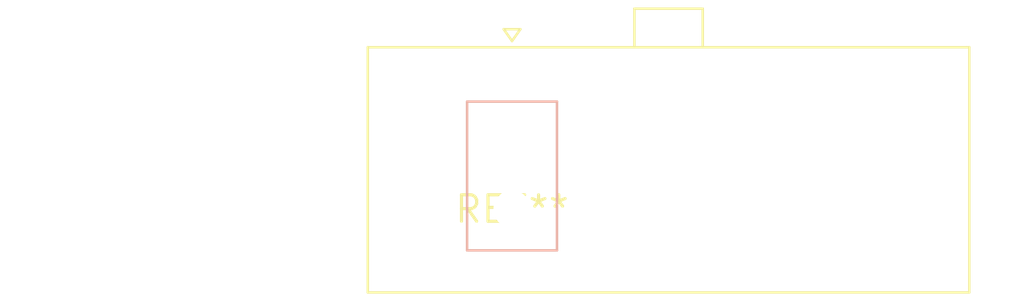
<source format=kicad_pcb>
(kicad_pcb (version 20240108) (generator pcbnew)
  (layers (0 "F.Cu" signal) (31 "B.Cu" signal) (34 "B.Paste" user) (35 "F.Paste" user) (36 "B.SilkS" user "B.Silkscreen") (37 "F.SilkS" user "F.Silkscreen") (38 "B.Mask" user) (39 "F.Mask" user) (44 "Edge.Cuts" user))
  (net 0 "")
  (footprint "Molex_Sabre_43160-2103_1x03_P7.49mm_Vertical" (layer "F.Cu") (at 0 0)
    (property "Reference" "REF**")
    (property "Value" "Molex_Sabre_43160-2103_1x03_P7.49mm_Vertical")
    (fp_line (start -2.15 -5.155) (end -2.15 1.975) (layer "B.SilkS") (stroke (width 0.12)))
    (fp_line (start -2.15 1.975) (end 2.15 1.975) (layer "B.SilkS") (stroke (width 0.12)))
    (fp_line (start 2.15 -5.155) (end -2.15 -5.155) (layer "B.SilkS") (stroke (width 0.12)))
    (fp_line (start 2.15 1.975) (end 2.15 -5.155) (layer "B.SilkS") (stroke (width 0.12)))
    (fp_line (start -6.9 -7.76) (end -6.9 3.99) (layer "F.SilkS") (stroke (width 0.12)))
    (fp_line (start -6.9 3.99) (end 21.88 3.99) (layer "F.SilkS") (stroke (width 0.12)))
    (fp_line (start -0.4 -8.625685) (end 0 -8.06) (layer "F.SilkS") (stroke (width 0.12)))
    (fp_line (start 0 -8.06) (end 0.4 -8.625685) (layer "F.SilkS") (stroke (width 0.12)))
    (fp_line (start 0.4 -8.625685) (end -0.4 -8.625685) (layer "F.SilkS") (stroke (width 0.12)))
    (fp_line (start 5.855 -9.61) (end 9.125 -9.61) (layer "F.SilkS") (stroke (width 0.12)))
    (fp_line (start 5.855 -7.76) (end 5.855 -9.61) (layer "F.SilkS") (stroke (width 0.12)))
    (fp_line (start 9.125 -9.61) (end 9.125 -7.76) (layer "F.SilkS") (stroke (width 0.12)))
    (fp_line (start 21.88 -7.76) (end -6.9 -7.76) (layer "F.SilkS") (stroke (width 0.12)))
    (fp_line (start 21.88 3.99) (end 21.88 -7.76) (layer "F.SilkS") (stroke (width 0.12)))
    (pad "" thru_hole circle (at -4.75 -3.43) (size 4 4) (drill 3) (layers *.Cu *.Mask) (remove_unused_layers))
    (pad "" thru_hole circle (at 19.73 -3.43) (size 4 4) (drill 3) (layers *.Cu *.Mask) (remove_unused_layers))
    (pad "1" thru_hole rect (at 0 -3.18) (size 3.78 3.43) (drill 1.78) (layers *.Cu *.Mask) (remove_unused_layers))
    (pad "1" thru_hole rect (at 0 0) (size 3.78 3.43) (drill 1.78) (layers *.Cu *.Mask) (remove_unused_layers))
    (pad "2" thru_hole rect (at 7.49 -3.18) (size 3.78 3.43) (drill 1.78) (layers *.Cu *.Mask) (remove_unused_layers))
    (pad "2" thru_hole rect (at 7.49 0) (size 3.78 3.43) (drill 1.78) (layers *.Cu *.Mask) (remove_unused_layers))
    (pad "3" thru_hole rect (at 14.98 -3.18) (size 3.78 3.43) (drill 1.78) (layers *.Cu *.Mask) (remove_unused_layers))
    (pad "3" thru_hole rect (at 14.98 0) (size 3.78 3.43) (drill 1.78) (layers *.Cu *.Mask) (remove_unused_layers))
  )
)
</source>
